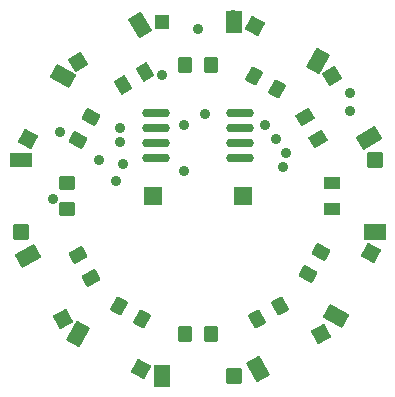
<source format=gts>
G04 Layer: TopSolderMaskLayer*
G04 EasyEDA v6.5.42, 2024-03-03 20:16:13*
G04 2dd346860b7e4ad097e02c02aa15ffe7,ed70181f279245e6aff80281ee7dc86a,10*
G04 Gerber Generator version 0.2*
G04 Scale: 100 percent, Rotated: No, Reflected: No *
G04 Dimensions in millimeters *
G04 leading zeros omitted , absolute positions ,4 integer and 5 decimal *
%FSLAX45Y45*%
%MOMM*%

%AMMACRO1*1,1,$1,$2,$3*1,1,$1,$4,$5*1,1,$1,0-$2,0-$3*1,1,$1,0-$4,0-$5*20,1,$1,$2,$3,$4,$5,0*20,1,$1,$4,$5,0-$2,0-$3,0*20,1,$1,0-$2,0-$3,0-$4,0-$5,0*20,1,$1,0-$4,0-$5,$2,$3,0*4,1,4,$2,$3,$4,$5,0-$2,0-$3,0-$4,0-$5,$2,$3,0*%
%ADD10MACRO1,0.1016X0.7505X-0.2782X-0.1067X-0.7932*%
%ADD11R,1.5016X1.6016*%
%ADD12O,2.3516082000000003X0.7315962*%
%ADD13MACRO1,0.1016X0.1343X-0.789X-0.7403X-0.3042*%
%ADD14MACRO1,0.1016X-0.2782X-0.7505X-0.7932X0.1067*%
%ADD15R,1.3516X1.1016*%
%ADD16MACRO1,0.1016X-0.789X-0.1343X-0.3042X0.7403*%
%ADD17MACRO1,0.1016X-0.7403X0.3042X0.1343X0.789*%
%ADD18MACRO1,0.1016X-0.5X0.625X0.5X0.625*%
%ADD19MACRO1,0.1016X-0.1343X0.789X0.7403X0.3042*%
%ADD20MACRO1,0.1016X0.3042X0.7403X0.789X-0.1343*%
%ADD21MACRO1,0.1016X0.625X0.5X0.625X-0.5*%
%ADD22MACRO1,0.1016X0.789X0.1343X0.3042X-0.7403*%
%ADD23MACRO1,0.1016X0.5X-0.625X-0.5X-0.625*%
%ADD24MACRO1,0.1016X-0.8149X-0.2337X-0.2337X0.8149*%
%ADD25MACRO1,0.1016X-0.0884X1.078X0.9611X0.4963*%
%ADD26MACRO1,0.1016X-0.8226X0.2051X0.2051X0.8225*%
%ADD27MACRO1,0.1016X0.4624X0.9778X1.0805X-0.0508*%
%ADD28MACRO1,0.1016X-0.5994X0.5994X0.5994X0.5994*%
%ADD29MACRO1,0.1016X0.9X0.6X0.9X-0.6*%
%ADD30MACRO1,0.1016X-0.2337X0.8149X0.8149X0.2337*%
%ADD31MACRO1,0.1016X1.0781X0.0885X0.4963X-0.9611*%
%ADD32MACRO1,0.1016X0.5994X-0.5994X-0.5994X-0.5994*%
%ADD33R,1.9016X1.3016*%
%ADD34MACRO1,0.1016X0.2337X-0.8149X-0.8149X-0.2337*%
%ADD35MACRO1,0.1016X-1.078X-0.0884X-0.4963X0.9611*%
%ADD36MACRO1,0.1016X-0.2051X-0.8226X-0.8226X0.2051*%
%ADD37MACRO1,0.1016X-0.9778X0.4624X0.0508X1.0805*%
%ADD38R,1.3005X1.3005*%
%ADD39MACRO1,0.1016X-0.6X0.9X0.6X0.9*%
%ADD40MACRO1,0.1016X0.2337X0.8149X0.8149X-0.2337*%
%ADD41MACRO1,0.1016X0.9611X-0.4963X-0.0884X-1.078*%
%ADD42MACRO1,0.1016X0.5994X0.5994X0.5994X-0.5994*%
%ADD43MACRO1,0.1016X0.6X-0.9X-0.6X-0.9*%
%ADD44MACRO1,0.1016X0.8149X0.2336X0.2337X-0.8149*%
%ADD45MACRO1,0.1016X0.0884X-1.078X-0.9611X-0.4963*%
%ADD46MACRO1,0.1016X0.8149X-0.2337X-0.2337X-0.8149*%
%ADD47MACRO1,0.1016X-0.4963X-0.9611X-1.078X0.0884*%
%ADD48C,0.9016*%

%LPD*%
D10*
G01*
X3154305Y5216664D03*
G01*
X2965715Y5103347D03*
D11*
G01*
X3219958Y4169918D03*
G01*
X3979925Y4169918D03*
D12*
G01*
X3246983Y4870500D03*
G01*
X3246983Y4743500D03*
G01*
X3246983Y4616500D03*
G01*
X3246983Y4489500D03*
G01*
X3953002Y4870500D03*
G01*
X3953002Y4743500D03*
G01*
X3953002Y4616500D03*
G01*
X3953002Y4489500D03*
D13*
G01*
X4266214Y5076706D03*
G01*
X4073785Y5183371D03*
D14*
G01*
X4616554Y4645597D03*
G01*
X4503237Y4834187D03*
D15*
G01*
X4739995Y4059910D03*
G01*
X4739995Y4279925D03*
D16*
G01*
X4536794Y3503716D03*
G01*
X4643459Y3696145D03*
D17*
G01*
X4103766Y3126731D03*
G01*
X4296195Y3233395D03*
D18*
G01*
X3490020Y2999973D03*
G01*
X3710035Y2999973D03*
D19*
G01*
X2933832Y3233390D03*
G01*
X3126261Y3126726D03*
D20*
G01*
X2586564Y3666164D03*
G01*
X2693229Y3473735D03*
D21*
G01*
X2490033Y4279910D03*
G01*
X2490033Y4059895D03*
D22*
G01*
X2693315Y4836205D03*
G01*
X2586650Y4643776D03*
D23*
G01*
X3710025Y5279897D03*
G01*
X3490010Y5279897D03*
D24*
G01*
X4083232Y5607857D03*
D25*
G01*
X4616752Y5312121D03*
D26*
G01*
X4732902Y5181426D03*
D27*
G01*
X5047079Y4658551D03*
D28*
G01*
X5099989Y4474992D03*
D29*
G01*
X5099989Y3864988D03*
D30*
G01*
X5067857Y3686752D03*
D31*
G01*
X4772121Y3153230D03*
D32*
G01*
X2099995Y3864990D03*
D33*
G01*
X2099995Y4474997D03*
D34*
G01*
X2162128Y4653230D03*
D35*
G01*
X2457862Y5186751D03*
D36*
G01*
X2588557Y5302902D03*
D37*
G01*
X3111432Y5617077D03*
D38*
G01*
X3294989Y5639993D03*
D39*
G01*
X3904996Y5639988D03*
D40*
G01*
X4646752Y2997861D03*
D41*
G01*
X4113229Y2702126D03*
D42*
G01*
X3904993Y2639994D03*
D43*
G01*
X3294989Y2639995D03*
D44*
G01*
X3116753Y2702128D03*
D45*
G01*
X2583234Y2997862D03*
D46*
G01*
X2457862Y3123233D03*
D47*
G01*
X2162128Y3656754D03*
D48*
G01*
X3899992Y5699988D03*
G01*
X4319981Y4409998D03*
G01*
X4350004Y4529988D03*
G01*
X4259986Y4649978D03*
G01*
X4169994Y4769993D03*
G01*
X3480003Y4769993D03*
G01*
X2939994Y4739990D03*
G01*
X2939999Y4619980D03*
G01*
X3599992Y5579998D03*
G01*
X3299993Y5189989D03*
G01*
X3659987Y4859985D03*
G01*
X2429992Y4709998D03*
G01*
X2369997Y4139996D03*
G01*
X2759989Y4469993D03*
G01*
X3480003Y4380001D03*
G01*
X4889982Y5039995D03*
G01*
X2969996Y4439996D03*
G01*
X2910001Y4289983D03*
G01*
X4889982Y4889982D03*
M02*

</source>
